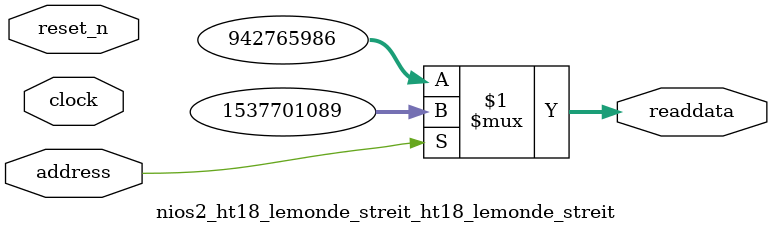
<source format=v>

`timescale 1ns / 1ps
// synthesis translate_on

// turn off superfluous verilog processor warnings 
// altera message_level Level1 
// altera message_off 10034 10035 10036 10037 10230 10240 10030 

module nios2_ht18_lemonde_streit_ht18_lemonde_streit (
               // inputs:
                address,
                clock,
                reset_n,

               // outputs:
                readdata
             )
;

  output  [ 31: 0] readdata;
  input            address;
  input            clock;
  input            reset_n;

  wire    [ 31: 0] readdata;
  //control_slave, which is an e_avalon_slave
  assign readdata = address ? 1537701089 : 942765986;

endmodule




</source>
